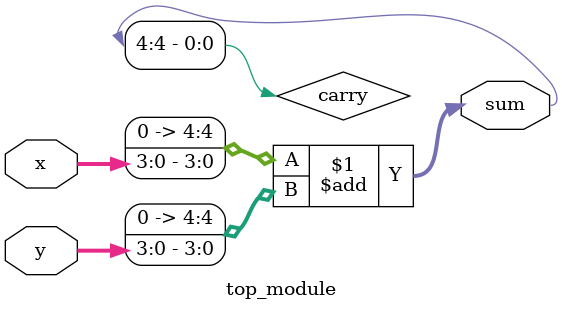
<source format=sv>
module top_module (
  input [3:0] x,
  input [3:0] y,
  output [4:0] sum
);

  // Declare a wire for the carry bit
  wire carry;

  // Add the two inputs and assign the result to the output
  assign sum = {1'b0, x} + {1'b0, y};

  // Assign the carry bit to the most significant bit of the output
  assign carry = sum[4];

endmodule

</source>
